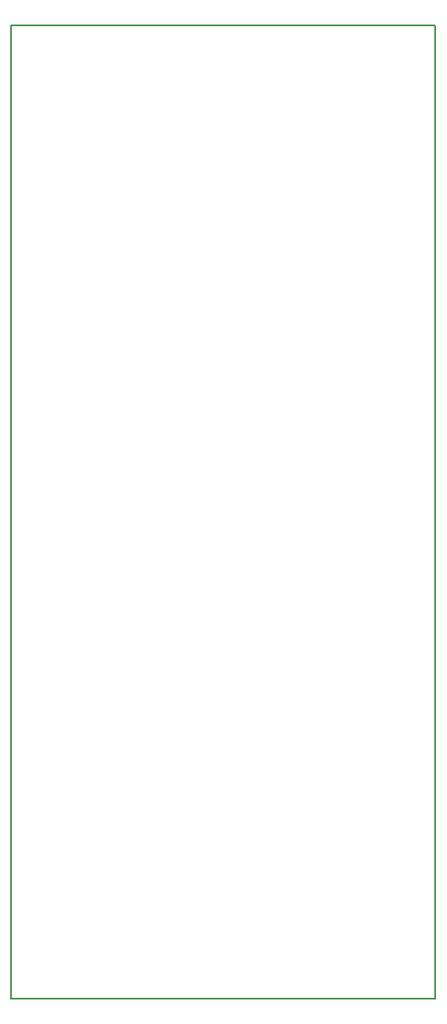
<source format=gbr>
%TF.GenerationSoftware,KiCad,Pcbnew,7.0.6-0*%
%TF.CreationDate,2023-12-30T17:34:11-06:00*%
%TF.ProjectId,fpga_adaptor,66706761-5f61-4646-9170-746f722e6b69,rev?*%
%TF.SameCoordinates,Original*%
%TF.FileFunction,Profile,NP*%
%FSLAX46Y46*%
G04 Gerber Fmt 4.6, Leading zero omitted, Abs format (unit mm)*
G04 Created by KiCad (PCBNEW 7.0.6-0) date 2023-12-30 17:34:11*
%MOMM*%
%LPD*%
G01*
G04 APERTURE LIST*
%TA.AperFunction,Profile*%
%ADD10C,0.150000*%
%TD*%
G04 APERTURE END LIST*
D10*
X35000000Y-45000000D02*
X35000000Y-142500000D01*
X77500000Y-142500000D02*
X77500000Y-45000000D01*
X35000000Y-142500000D02*
X77500000Y-142500000D01*
X77500000Y-45000000D02*
X35000000Y-45000000D01*
M02*

</source>
